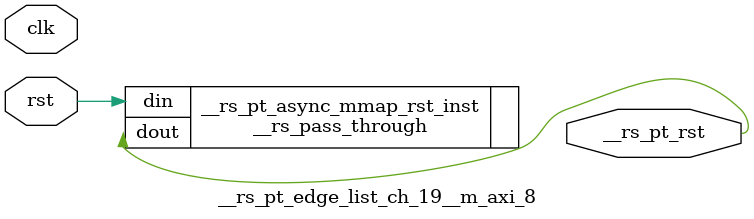
<source format=v>
`timescale 1 ns / 1 ps
/**   Generated by RapidStream   **/
module __rs_pt_edge_list_ch_19__m_axi_8 #(
    parameter BufferSize         = 32,
    parameter BufferSizeLog      = 5,
    parameter AddrWidth          = 64,
    parameter AxiSideAddrWidth   = 64,
    parameter DataWidth          = 512,
    parameter DataWidthBytesLog  = 6,
    parameter WaitTimeWidth      = 4,
    parameter BurstLenWidth      = 8,
    parameter EnableReadChannel  = 1,
    parameter EnableWriteChannel = 1,
    parameter MaxWaitTime        = 3,
    parameter MaxBurstLen        = 15
) (
    output wire __rs_pt_rst,
    input wire  clk,
    input wire  rst
);




__rs_pass_through #(
    .WIDTH (1)
) __rs_pt_async_mmap_rst_inst /**   Generated by RapidStream   **/ (
    .din  (rst),
    .dout (__rs_pt_rst)
);

endmodule  // __rs_pt_edge_list_ch_19__m_axi_8
</source>
